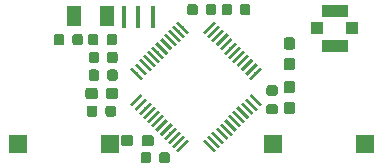
<source format=gbr>
G04 #@! TF.GenerationSoftware,KiCad,Pcbnew,6.0.0-rc1-unknown-a6325aa~66~ubuntu18.04.1*
G04 #@! TF.CreationDate,2018-09-06T22:09:02+02:00*
G04 #@! TF.ProjectId,STM32_Sensor_V4,53544D33325F53656E736F725F56342E,rev?*
G04 #@! TF.SameCoordinates,Original*
G04 #@! TF.FileFunction,Paste,Top*
G04 #@! TF.FilePolarity,Positive*
%FSLAX46Y46*%
G04 Gerber Fmt 4.6, Leading zero omitted, Abs format (unit mm)*
G04 Created by KiCad (PCBNEW 6.0.0-rc1-unknown-a6325aa~66~ubuntu18.04.1) date Thu Sep  6 22:09:02 2018*
%MOMM*%
%LPD*%
G01*
G04 APERTURE LIST*
%ADD10C,0.100000*%
%ADD11C,0.950000*%
%ADD12R,0.400000X1.900000*%
%ADD13R,1.500000X1.500000*%
%ADD14C,0.875000*%
%ADD15C,0.250000*%
%ADD16R,1.300000X1.800000*%
%ADD17R,2.200000X1.050000*%
%ADD18R,1.000000X1.000000*%
G04 APERTURE END LIST*
D10*
G04 #@! TO.C,R2*
G36*
X153285779Y-100251144D02*
X153308834Y-100254563D01*
X153331443Y-100260227D01*
X153353387Y-100268079D01*
X153374457Y-100278044D01*
X153394448Y-100290026D01*
X153413168Y-100303910D01*
X153430438Y-100319562D01*
X153446090Y-100336832D01*
X153459974Y-100355552D01*
X153471956Y-100375543D01*
X153481921Y-100396613D01*
X153489773Y-100418557D01*
X153495437Y-100441166D01*
X153498856Y-100464221D01*
X153500000Y-100487500D01*
X153500000Y-101062500D01*
X153498856Y-101085779D01*
X153495437Y-101108834D01*
X153489773Y-101131443D01*
X153481921Y-101153387D01*
X153471956Y-101174457D01*
X153459974Y-101194448D01*
X153446090Y-101213168D01*
X153430438Y-101230438D01*
X153413168Y-101246090D01*
X153394448Y-101259974D01*
X153374457Y-101271956D01*
X153353387Y-101281921D01*
X153331443Y-101289773D01*
X153308834Y-101295437D01*
X153285779Y-101298856D01*
X153262500Y-101300000D01*
X152787500Y-101300000D01*
X152764221Y-101298856D01*
X152741166Y-101295437D01*
X152718557Y-101289773D01*
X152696613Y-101281921D01*
X152675543Y-101271956D01*
X152655552Y-101259974D01*
X152636832Y-101246090D01*
X152619562Y-101230438D01*
X152603910Y-101213168D01*
X152590026Y-101194448D01*
X152578044Y-101174457D01*
X152568079Y-101153387D01*
X152560227Y-101131443D01*
X152554563Y-101108834D01*
X152551144Y-101085779D01*
X152550000Y-101062500D01*
X152550000Y-100487500D01*
X152551144Y-100464221D01*
X152554563Y-100441166D01*
X152560227Y-100418557D01*
X152568079Y-100396613D01*
X152578044Y-100375543D01*
X152590026Y-100355552D01*
X152603910Y-100336832D01*
X152619562Y-100319562D01*
X152636832Y-100303910D01*
X152655552Y-100290026D01*
X152675543Y-100278044D01*
X152696613Y-100268079D01*
X152718557Y-100260227D01*
X152741166Y-100254563D01*
X152764221Y-100251144D01*
X152787500Y-100250000D01*
X153262500Y-100250000D01*
X153285779Y-100251144D01*
X153285779Y-100251144D01*
G37*
D11*
X153025000Y-100775000D03*
D10*
G36*
X153285779Y-102001144D02*
X153308834Y-102004563D01*
X153331443Y-102010227D01*
X153353387Y-102018079D01*
X153374457Y-102028044D01*
X153394448Y-102040026D01*
X153413168Y-102053910D01*
X153430438Y-102069562D01*
X153446090Y-102086832D01*
X153459974Y-102105552D01*
X153471956Y-102125543D01*
X153481921Y-102146613D01*
X153489773Y-102168557D01*
X153495437Y-102191166D01*
X153498856Y-102214221D01*
X153500000Y-102237500D01*
X153500000Y-102812500D01*
X153498856Y-102835779D01*
X153495437Y-102858834D01*
X153489773Y-102881443D01*
X153481921Y-102903387D01*
X153471956Y-102924457D01*
X153459974Y-102944448D01*
X153446090Y-102963168D01*
X153430438Y-102980438D01*
X153413168Y-102996090D01*
X153394448Y-103009974D01*
X153374457Y-103021956D01*
X153353387Y-103031921D01*
X153331443Y-103039773D01*
X153308834Y-103045437D01*
X153285779Y-103048856D01*
X153262500Y-103050000D01*
X152787500Y-103050000D01*
X152764221Y-103048856D01*
X152741166Y-103045437D01*
X152718557Y-103039773D01*
X152696613Y-103031921D01*
X152675543Y-103021956D01*
X152655552Y-103009974D01*
X152636832Y-102996090D01*
X152619562Y-102980438D01*
X152603910Y-102963168D01*
X152590026Y-102944448D01*
X152578044Y-102924457D01*
X152568079Y-102903387D01*
X152560227Y-102881443D01*
X152554563Y-102858834D01*
X152551144Y-102835779D01*
X152550000Y-102812500D01*
X152550000Y-102237500D01*
X152551144Y-102214221D01*
X152554563Y-102191166D01*
X152560227Y-102168557D01*
X152568079Y-102146613D01*
X152578044Y-102125543D01*
X152590026Y-102105552D01*
X152603910Y-102086832D01*
X152619562Y-102069562D01*
X152636832Y-102053910D01*
X152655552Y-102040026D01*
X152675543Y-102028044D01*
X152696613Y-102018079D01*
X152718557Y-102010227D01*
X152741166Y-102004563D01*
X152764221Y-102001144D01*
X152787500Y-102000000D01*
X153262500Y-102000000D01*
X153285779Y-102001144D01*
X153285779Y-102001144D01*
G37*
D11*
X153025000Y-102525000D03*
G04 #@! TD*
D12*
G04 #@! TO.C,Y2*
X141430000Y-94860000D03*
X140230000Y-94860000D03*
X139030000Y-94860000D03*
G04 #@! TD*
D13*
G04 #@! TO.C,SW1*
X137840000Y-105600000D03*
X130040000Y-105600000D03*
G04 #@! TD*
D10*
G04 #@! TO.C,C1*
G36*
X138127691Y-102326053D02*
X138148926Y-102329203D01*
X138169750Y-102334419D01*
X138189962Y-102341651D01*
X138209368Y-102350830D01*
X138227781Y-102361866D01*
X138245024Y-102374654D01*
X138260930Y-102389070D01*
X138275346Y-102404976D01*
X138288134Y-102422219D01*
X138299170Y-102440632D01*
X138308349Y-102460038D01*
X138315581Y-102480250D01*
X138320797Y-102501074D01*
X138323947Y-102522309D01*
X138325000Y-102543750D01*
X138325000Y-103056250D01*
X138323947Y-103077691D01*
X138320797Y-103098926D01*
X138315581Y-103119750D01*
X138308349Y-103139962D01*
X138299170Y-103159368D01*
X138288134Y-103177781D01*
X138275346Y-103195024D01*
X138260930Y-103210930D01*
X138245024Y-103225346D01*
X138227781Y-103238134D01*
X138209368Y-103249170D01*
X138189962Y-103258349D01*
X138169750Y-103265581D01*
X138148926Y-103270797D01*
X138127691Y-103273947D01*
X138106250Y-103275000D01*
X137668750Y-103275000D01*
X137647309Y-103273947D01*
X137626074Y-103270797D01*
X137605250Y-103265581D01*
X137585038Y-103258349D01*
X137565632Y-103249170D01*
X137547219Y-103238134D01*
X137529976Y-103225346D01*
X137514070Y-103210930D01*
X137499654Y-103195024D01*
X137486866Y-103177781D01*
X137475830Y-103159368D01*
X137466651Y-103139962D01*
X137459419Y-103119750D01*
X137454203Y-103098926D01*
X137451053Y-103077691D01*
X137450000Y-103056250D01*
X137450000Y-102543750D01*
X137451053Y-102522309D01*
X137454203Y-102501074D01*
X137459419Y-102480250D01*
X137466651Y-102460038D01*
X137475830Y-102440632D01*
X137486866Y-102422219D01*
X137499654Y-102404976D01*
X137514070Y-102389070D01*
X137529976Y-102374654D01*
X137547219Y-102361866D01*
X137565632Y-102350830D01*
X137585038Y-102341651D01*
X137605250Y-102334419D01*
X137626074Y-102329203D01*
X137647309Y-102326053D01*
X137668750Y-102325000D01*
X138106250Y-102325000D01*
X138127691Y-102326053D01*
X138127691Y-102326053D01*
G37*
D14*
X137887500Y-102800000D03*
D10*
G36*
X136552691Y-102326053D02*
X136573926Y-102329203D01*
X136594750Y-102334419D01*
X136614962Y-102341651D01*
X136634368Y-102350830D01*
X136652781Y-102361866D01*
X136670024Y-102374654D01*
X136685930Y-102389070D01*
X136700346Y-102404976D01*
X136713134Y-102422219D01*
X136724170Y-102440632D01*
X136733349Y-102460038D01*
X136740581Y-102480250D01*
X136745797Y-102501074D01*
X136748947Y-102522309D01*
X136750000Y-102543750D01*
X136750000Y-103056250D01*
X136748947Y-103077691D01*
X136745797Y-103098926D01*
X136740581Y-103119750D01*
X136733349Y-103139962D01*
X136724170Y-103159368D01*
X136713134Y-103177781D01*
X136700346Y-103195024D01*
X136685930Y-103210930D01*
X136670024Y-103225346D01*
X136652781Y-103238134D01*
X136634368Y-103249170D01*
X136614962Y-103258349D01*
X136594750Y-103265581D01*
X136573926Y-103270797D01*
X136552691Y-103273947D01*
X136531250Y-103275000D01*
X136093750Y-103275000D01*
X136072309Y-103273947D01*
X136051074Y-103270797D01*
X136030250Y-103265581D01*
X136010038Y-103258349D01*
X135990632Y-103249170D01*
X135972219Y-103238134D01*
X135954976Y-103225346D01*
X135939070Y-103210930D01*
X135924654Y-103195024D01*
X135911866Y-103177781D01*
X135900830Y-103159368D01*
X135891651Y-103139962D01*
X135884419Y-103119750D01*
X135879203Y-103098926D01*
X135876053Y-103077691D01*
X135875000Y-103056250D01*
X135875000Y-102543750D01*
X135876053Y-102522309D01*
X135879203Y-102501074D01*
X135884419Y-102480250D01*
X135891651Y-102460038D01*
X135900830Y-102440632D01*
X135911866Y-102422219D01*
X135924654Y-102404976D01*
X135939070Y-102389070D01*
X135954976Y-102374654D01*
X135972219Y-102361866D01*
X135990632Y-102350830D01*
X136010038Y-102341651D01*
X136030250Y-102334419D01*
X136051074Y-102329203D01*
X136072309Y-102326053D01*
X136093750Y-102325000D01*
X136531250Y-102325000D01*
X136552691Y-102326053D01*
X136552691Y-102326053D01*
G37*
D14*
X136312500Y-102800000D03*
G04 #@! TD*
D10*
G04 #@! TO.C,C2*
G36*
X151827691Y-100626053D02*
X151848926Y-100629203D01*
X151869750Y-100634419D01*
X151889962Y-100641651D01*
X151909368Y-100650830D01*
X151927781Y-100661866D01*
X151945024Y-100674654D01*
X151960930Y-100689070D01*
X151975346Y-100704976D01*
X151988134Y-100722219D01*
X151999170Y-100740632D01*
X152008349Y-100760038D01*
X152015581Y-100780250D01*
X152020797Y-100801074D01*
X152023947Y-100822309D01*
X152025000Y-100843750D01*
X152025000Y-101281250D01*
X152023947Y-101302691D01*
X152020797Y-101323926D01*
X152015581Y-101344750D01*
X152008349Y-101364962D01*
X151999170Y-101384368D01*
X151988134Y-101402781D01*
X151975346Y-101420024D01*
X151960930Y-101435930D01*
X151945024Y-101450346D01*
X151927781Y-101463134D01*
X151909368Y-101474170D01*
X151889962Y-101483349D01*
X151869750Y-101490581D01*
X151848926Y-101495797D01*
X151827691Y-101498947D01*
X151806250Y-101500000D01*
X151293750Y-101500000D01*
X151272309Y-101498947D01*
X151251074Y-101495797D01*
X151230250Y-101490581D01*
X151210038Y-101483349D01*
X151190632Y-101474170D01*
X151172219Y-101463134D01*
X151154976Y-101450346D01*
X151139070Y-101435930D01*
X151124654Y-101420024D01*
X151111866Y-101402781D01*
X151100830Y-101384368D01*
X151091651Y-101364962D01*
X151084419Y-101344750D01*
X151079203Y-101323926D01*
X151076053Y-101302691D01*
X151075000Y-101281250D01*
X151075000Y-100843750D01*
X151076053Y-100822309D01*
X151079203Y-100801074D01*
X151084419Y-100780250D01*
X151091651Y-100760038D01*
X151100830Y-100740632D01*
X151111866Y-100722219D01*
X151124654Y-100704976D01*
X151139070Y-100689070D01*
X151154976Y-100674654D01*
X151172219Y-100661866D01*
X151190632Y-100650830D01*
X151210038Y-100641651D01*
X151230250Y-100634419D01*
X151251074Y-100629203D01*
X151272309Y-100626053D01*
X151293750Y-100625000D01*
X151806250Y-100625000D01*
X151827691Y-100626053D01*
X151827691Y-100626053D01*
G37*
D14*
X151550000Y-101062500D03*
D10*
G36*
X151827691Y-102201053D02*
X151848926Y-102204203D01*
X151869750Y-102209419D01*
X151889962Y-102216651D01*
X151909368Y-102225830D01*
X151927781Y-102236866D01*
X151945024Y-102249654D01*
X151960930Y-102264070D01*
X151975346Y-102279976D01*
X151988134Y-102297219D01*
X151999170Y-102315632D01*
X152008349Y-102335038D01*
X152015581Y-102355250D01*
X152020797Y-102376074D01*
X152023947Y-102397309D01*
X152025000Y-102418750D01*
X152025000Y-102856250D01*
X152023947Y-102877691D01*
X152020797Y-102898926D01*
X152015581Y-102919750D01*
X152008349Y-102939962D01*
X151999170Y-102959368D01*
X151988134Y-102977781D01*
X151975346Y-102995024D01*
X151960930Y-103010930D01*
X151945024Y-103025346D01*
X151927781Y-103038134D01*
X151909368Y-103049170D01*
X151889962Y-103058349D01*
X151869750Y-103065581D01*
X151848926Y-103070797D01*
X151827691Y-103073947D01*
X151806250Y-103075000D01*
X151293750Y-103075000D01*
X151272309Y-103073947D01*
X151251074Y-103070797D01*
X151230250Y-103065581D01*
X151210038Y-103058349D01*
X151190632Y-103049170D01*
X151172219Y-103038134D01*
X151154976Y-103025346D01*
X151139070Y-103010930D01*
X151124654Y-102995024D01*
X151111866Y-102977781D01*
X151100830Y-102959368D01*
X151091651Y-102939962D01*
X151084419Y-102919750D01*
X151079203Y-102898926D01*
X151076053Y-102877691D01*
X151075000Y-102856250D01*
X151075000Y-102418750D01*
X151076053Y-102397309D01*
X151079203Y-102376074D01*
X151084419Y-102355250D01*
X151091651Y-102335038D01*
X151100830Y-102315632D01*
X151111866Y-102297219D01*
X151124654Y-102279976D01*
X151139070Y-102264070D01*
X151154976Y-102249654D01*
X151172219Y-102236866D01*
X151190632Y-102225830D01*
X151210038Y-102216651D01*
X151230250Y-102209419D01*
X151251074Y-102204203D01*
X151272309Y-102201053D01*
X151293750Y-102200000D01*
X151806250Y-102200000D01*
X151827691Y-102201053D01*
X151827691Y-102201053D01*
G37*
D14*
X151550000Y-102637500D03*
G04 #@! TD*
D10*
G04 #@! TO.C,C3*
G36*
X147952691Y-93726053D02*
X147973926Y-93729203D01*
X147994750Y-93734419D01*
X148014962Y-93741651D01*
X148034368Y-93750830D01*
X148052781Y-93761866D01*
X148070024Y-93774654D01*
X148085930Y-93789070D01*
X148100346Y-93804976D01*
X148113134Y-93822219D01*
X148124170Y-93840632D01*
X148133349Y-93860038D01*
X148140581Y-93880250D01*
X148145797Y-93901074D01*
X148148947Y-93922309D01*
X148150000Y-93943750D01*
X148150000Y-94456250D01*
X148148947Y-94477691D01*
X148145797Y-94498926D01*
X148140581Y-94519750D01*
X148133349Y-94539962D01*
X148124170Y-94559368D01*
X148113134Y-94577781D01*
X148100346Y-94595024D01*
X148085930Y-94610930D01*
X148070024Y-94625346D01*
X148052781Y-94638134D01*
X148034368Y-94649170D01*
X148014962Y-94658349D01*
X147994750Y-94665581D01*
X147973926Y-94670797D01*
X147952691Y-94673947D01*
X147931250Y-94675000D01*
X147493750Y-94675000D01*
X147472309Y-94673947D01*
X147451074Y-94670797D01*
X147430250Y-94665581D01*
X147410038Y-94658349D01*
X147390632Y-94649170D01*
X147372219Y-94638134D01*
X147354976Y-94625346D01*
X147339070Y-94610930D01*
X147324654Y-94595024D01*
X147311866Y-94577781D01*
X147300830Y-94559368D01*
X147291651Y-94539962D01*
X147284419Y-94519750D01*
X147279203Y-94498926D01*
X147276053Y-94477691D01*
X147275000Y-94456250D01*
X147275000Y-93943750D01*
X147276053Y-93922309D01*
X147279203Y-93901074D01*
X147284419Y-93880250D01*
X147291651Y-93860038D01*
X147300830Y-93840632D01*
X147311866Y-93822219D01*
X147324654Y-93804976D01*
X147339070Y-93789070D01*
X147354976Y-93774654D01*
X147372219Y-93761866D01*
X147390632Y-93750830D01*
X147410038Y-93741651D01*
X147430250Y-93734419D01*
X147451074Y-93729203D01*
X147472309Y-93726053D01*
X147493750Y-93725000D01*
X147931250Y-93725000D01*
X147952691Y-93726053D01*
X147952691Y-93726053D01*
G37*
D14*
X147712500Y-94200000D03*
D10*
G36*
X149527691Y-93726053D02*
X149548926Y-93729203D01*
X149569750Y-93734419D01*
X149589962Y-93741651D01*
X149609368Y-93750830D01*
X149627781Y-93761866D01*
X149645024Y-93774654D01*
X149660930Y-93789070D01*
X149675346Y-93804976D01*
X149688134Y-93822219D01*
X149699170Y-93840632D01*
X149708349Y-93860038D01*
X149715581Y-93880250D01*
X149720797Y-93901074D01*
X149723947Y-93922309D01*
X149725000Y-93943750D01*
X149725000Y-94456250D01*
X149723947Y-94477691D01*
X149720797Y-94498926D01*
X149715581Y-94519750D01*
X149708349Y-94539962D01*
X149699170Y-94559368D01*
X149688134Y-94577781D01*
X149675346Y-94595024D01*
X149660930Y-94610930D01*
X149645024Y-94625346D01*
X149627781Y-94638134D01*
X149609368Y-94649170D01*
X149589962Y-94658349D01*
X149569750Y-94665581D01*
X149548926Y-94670797D01*
X149527691Y-94673947D01*
X149506250Y-94675000D01*
X149068750Y-94675000D01*
X149047309Y-94673947D01*
X149026074Y-94670797D01*
X149005250Y-94665581D01*
X148985038Y-94658349D01*
X148965632Y-94649170D01*
X148947219Y-94638134D01*
X148929976Y-94625346D01*
X148914070Y-94610930D01*
X148899654Y-94595024D01*
X148886866Y-94577781D01*
X148875830Y-94559368D01*
X148866651Y-94539962D01*
X148859419Y-94519750D01*
X148854203Y-94498926D01*
X148851053Y-94477691D01*
X148850000Y-94456250D01*
X148850000Y-93943750D01*
X148851053Y-93922309D01*
X148854203Y-93901074D01*
X148859419Y-93880250D01*
X148866651Y-93860038D01*
X148875830Y-93840632D01*
X148886866Y-93822219D01*
X148899654Y-93804976D01*
X148914070Y-93789070D01*
X148929976Y-93774654D01*
X148947219Y-93761866D01*
X148965632Y-93750830D01*
X148985038Y-93741651D01*
X149005250Y-93734419D01*
X149026074Y-93729203D01*
X149047309Y-93726053D01*
X149068750Y-93725000D01*
X149506250Y-93725000D01*
X149527691Y-93726053D01*
X149527691Y-93726053D01*
G37*
D14*
X149287500Y-94200000D03*
G04 #@! TD*
D10*
G04 #@! TO.C,C4*
G36*
X141102691Y-106276053D02*
X141123926Y-106279203D01*
X141144750Y-106284419D01*
X141164962Y-106291651D01*
X141184368Y-106300830D01*
X141202781Y-106311866D01*
X141220024Y-106324654D01*
X141235930Y-106339070D01*
X141250346Y-106354976D01*
X141263134Y-106372219D01*
X141274170Y-106390632D01*
X141283349Y-106410038D01*
X141290581Y-106430250D01*
X141295797Y-106451074D01*
X141298947Y-106472309D01*
X141300000Y-106493750D01*
X141300000Y-107006250D01*
X141298947Y-107027691D01*
X141295797Y-107048926D01*
X141290581Y-107069750D01*
X141283349Y-107089962D01*
X141274170Y-107109368D01*
X141263134Y-107127781D01*
X141250346Y-107145024D01*
X141235930Y-107160930D01*
X141220024Y-107175346D01*
X141202781Y-107188134D01*
X141184368Y-107199170D01*
X141164962Y-107208349D01*
X141144750Y-107215581D01*
X141123926Y-107220797D01*
X141102691Y-107223947D01*
X141081250Y-107225000D01*
X140643750Y-107225000D01*
X140622309Y-107223947D01*
X140601074Y-107220797D01*
X140580250Y-107215581D01*
X140560038Y-107208349D01*
X140540632Y-107199170D01*
X140522219Y-107188134D01*
X140504976Y-107175346D01*
X140489070Y-107160930D01*
X140474654Y-107145024D01*
X140461866Y-107127781D01*
X140450830Y-107109368D01*
X140441651Y-107089962D01*
X140434419Y-107069750D01*
X140429203Y-107048926D01*
X140426053Y-107027691D01*
X140425000Y-107006250D01*
X140425000Y-106493750D01*
X140426053Y-106472309D01*
X140429203Y-106451074D01*
X140434419Y-106430250D01*
X140441651Y-106410038D01*
X140450830Y-106390632D01*
X140461866Y-106372219D01*
X140474654Y-106354976D01*
X140489070Y-106339070D01*
X140504976Y-106324654D01*
X140522219Y-106311866D01*
X140540632Y-106300830D01*
X140560038Y-106291651D01*
X140580250Y-106284419D01*
X140601074Y-106279203D01*
X140622309Y-106276053D01*
X140643750Y-106275000D01*
X141081250Y-106275000D01*
X141102691Y-106276053D01*
X141102691Y-106276053D01*
G37*
D14*
X140862500Y-106750000D03*
D10*
G36*
X142677691Y-106276053D02*
X142698926Y-106279203D01*
X142719750Y-106284419D01*
X142739962Y-106291651D01*
X142759368Y-106300830D01*
X142777781Y-106311866D01*
X142795024Y-106324654D01*
X142810930Y-106339070D01*
X142825346Y-106354976D01*
X142838134Y-106372219D01*
X142849170Y-106390632D01*
X142858349Y-106410038D01*
X142865581Y-106430250D01*
X142870797Y-106451074D01*
X142873947Y-106472309D01*
X142875000Y-106493750D01*
X142875000Y-107006250D01*
X142873947Y-107027691D01*
X142870797Y-107048926D01*
X142865581Y-107069750D01*
X142858349Y-107089962D01*
X142849170Y-107109368D01*
X142838134Y-107127781D01*
X142825346Y-107145024D01*
X142810930Y-107160930D01*
X142795024Y-107175346D01*
X142777781Y-107188134D01*
X142759368Y-107199170D01*
X142739962Y-107208349D01*
X142719750Y-107215581D01*
X142698926Y-107220797D01*
X142677691Y-107223947D01*
X142656250Y-107225000D01*
X142218750Y-107225000D01*
X142197309Y-107223947D01*
X142176074Y-107220797D01*
X142155250Y-107215581D01*
X142135038Y-107208349D01*
X142115632Y-107199170D01*
X142097219Y-107188134D01*
X142079976Y-107175346D01*
X142064070Y-107160930D01*
X142049654Y-107145024D01*
X142036866Y-107127781D01*
X142025830Y-107109368D01*
X142016651Y-107089962D01*
X142009419Y-107069750D01*
X142004203Y-107048926D01*
X142001053Y-107027691D01*
X142000000Y-107006250D01*
X142000000Y-106493750D01*
X142001053Y-106472309D01*
X142004203Y-106451074D01*
X142009419Y-106430250D01*
X142016651Y-106410038D01*
X142025830Y-106390632D01*
X142036866Y-106372219D01*
X142049654Y-106354976D01*
X142064070Y-106339070D01*
X142079976Y-106324654D01*
X142097219Y-106311866D01*
X142115632Y-106300830D01*
X142135038Y-106291651D01*
X142155250Y-106284419D01*
X142176074Y-106279203D01*
X142197309Y-106276053D01*
X142218750Y-106275000D01*
X142656250Y-106275000D01*
X142677691Y-106276053D01*
X142677691Y-106276053D01*
G37*
D14*
X142437500Y-106750000D03*
G04 #@! TD*
D10*
G04 #@! TO.C,C5*
G36*
X138277691Y-99276053D02*
X138298926Y-99279203D01*
X138319750Y-99284419D01*
X138339962Y-99291651D01*
X138359368Y-99300830D01*
X138377781Y-99311866D01*
X138395024Y-99324654D01*
X138410930Y-99339070D01*
X138425346Y-99354976D01*
X138438134Y-99372219D01*
X138449170Y-99390632D01*
X138458349Y-99410038D01*
X138465581Y-99430250D01*
X138470797Y-99451074D01*
X138473947Y-99472309D01*
X138475000Y-99493750D01*
X138475000Y-100006250D01*
X138473947Y-100027691D01*
X138470797Y-100048926D01*
X138465581Y-100069750D01*
X138458349Y-100089962D01*
X138449170Y-100109368D01*
X138438134Y-100127781D01*
X138425346Y-100145024D01*
X138410930Y-100160930D01*
X138395024Y-100175346D01*
X138377781Y-100188134D01*
X138359368Y-100199170D01*
X138339962Y-100208349D01*
X138319750Y-100215581D01*
X138298926Y-100220797D01*
X138277691Y-100223947D01*
X138256250Y-100225000D01*
X137818750Y-100225000D01*
X137797309Y-100223947D01*
X137776074Y-100220797D01*
X137755250Y-100215581D01*
X137735038Y-100208349D01*
X137715632Y-100199170D01*
X137697219Y-100188134D01*
X137679976Y-100175346D01*
X137664070Y-100160930D01*
X137649654Y-100145024D01*
X137636866Y-100127781D01*
X137625830Y-100109368D01*
X137616651Y-100089962D01*
X137609419Y-100069750D01*
X137604203Y-100048926D01*
X137601053Y-100027691D01*
X137600000Y-100006250D01*
X137600000Y-99493750D01*
X137601053Y-99472309D01*
X137604203Y-99451074D01*
X137609419Y-99430250D01*
X137616651Y-99410038D01*
X137625830Y-99390632D01*
X137636866Y-99372219D01*
X137649654Y-99354976D01*
X137664070Y-99339070D01*
X137679976Y-99324654D01*
X137697219Y-99311866D01*
X137715632Y-99300830D01*
X137735038Y-99291651D01*
X137755250Y-99284419D01*
X137776074Y-99279203D01*
X137797309Y-99276053D01*
X137818750Y-99275000D01*
X138256250Y-99275000D01*
X138277691Y-99276053D01*
X138277691Y-99276053D01*
G37*
D14*
X138037500Y-99750000D03*
D10*
G36*
X136702691Y-99276053D02*
X136723926Y-99279203D01*
X136744750Y-99284419D01*
X136764962Y-99291651D01*
X136784368Y-99300830D01*
X136802781Y-99311866D01*
X136820024Y-99324654D01*
X136835930Y-99339070D01*
X136850346Y-99354976D01*
X136863134Y-99372219D01*
X136874170Y-99390632D01*
X136883349Y-99410038D01*
X136890581Y-99430250D01*
X136895797Y-99451074D01*
X136898947Y-99472309D01*
X136900000Y-99493750D01*
X136900000Y-100006250D01*
X136898947Y-100027691D01*
X136895797Y-100048926D01*
X136890581Y-100069750D01*
X136883349Y-100089962D01*
X136874170Y-100109368D01*
X136863134Y-100127781D01*
X136850346Y-100145024D01*
X136835930Y-100160930D01*
X136820024Y-100175346D01*
X136802781Y-100188134D01*
X136784368Y-100199170D01*
X136764962Y-100208349D01*
X136744750Y-100215581D01*
X136723926Y-100220797D01*
X136702691Y-100223947D01*
X136681250Y-100225000D01*
X136243750Y-100225000D01*
X136222309Y-100223947D01*
X136201074Y-100220797D01*
X136180250Y-100215581D01*
X136160038Y-100208349D01*
X136140632Y-100199170D01*
X136122219Y-100188134D01*
X136104976Y-100175346D01*
X136089070Y-100160930D01*
X136074654Y-100145024D01*
X136061866Y-100127781D01*
X136050830Y-100109368D01*
X136041651Y-100089962D01*
X136034419Y-100069750D01*
X136029203Y-100048926D01*
X136026053Y-100027691D01*
X136025000Y-100006250D01*
X136025000Y-99493750D01*
X136026053Y-99472309D01*
X136029203Y-99451074D01*
X136034419Y-99430250D01*
X136041651Y-99410038D01*
X136050830Y-99390632D01*
X136061866Y-99372219D01*
X136074654Y-99354976D01*
X136089070Y-99339070D01*
X136104976Y-99324654D01*
X136122219Y-99311866D01*
X136140632Y-99300830D01*
X136160038Y-99291651D01*
X136180250Y-99284419D01*
X136201074Y-99279203D01*
X136222309Y-99276053D01*
X136243750Y-99275000D01*
X136681250Y-99275000D01*
X136702691Y-99276053D01*
X136702691Y-99276053D01*
G37*
D14*
X136462500Y-99750000D03*
G04 #@! TD*
D10*
G04 #@! TO.C,C6*
G36*
X138277691Y-97776053D02*
X138298926Y-97779203D01*
X138319750Y-97784419D01*
X138339962Y-97791651D01*
X138359368Y-97800830D01*
X138377781Y-97811866D01*
X138395024Y-97824654D01*
X138410930Y-97839070D01*
X138425346Y-97854976D01*
X138438134Y-97872219D01*
X138449170Y-97890632D01*
X138458349Y-97910038D01*
X138465581Y-97930250D01*
X138470797Y-97951074D01*
X138473947Y-97972309D01*
X138475000Y-97993750D01*
X138475000Y-98506250D01*
X138473947Y-98527691D01*
X138470797Y-98548926D01*
X138465581Y-98569750D01*
X138458349Y-98589962D01*
X138449170Y-98609368D01*
X138438134Y-98627781D01*
X138425346Y-98645024D01*
X138410930Y-98660930D01*
X138395024Y-98675346D01*
X138377781Y-98688134D01*
X138359368Y-98699170D01*
X138339962Y-98708349D01*
X138319750Y-98715581D01*
X138298926Y-98720797D01*
X138277691Y-98723947D01*
X138256250Y-98725000D01*
X137818750Y-98725000D01*
X137797309Y-98723947D01*
X137776074Y-98720797D01*
X137755250Y-98715581D01*
X137735038Y-98708349D01*
X137715632Y-98699170D01*
X137697219Y-98688134D01*
X137679976Y-98675346D01*
X137664070Y-98660930D01*
X137649654Y-98645024D01*
X137636866Y-98627781D01*
X137625830Y-98609368D01*
X137616651Y-98589962D01*
X137609419Y-98569750D01*
X137604203Y-98548926D01*
X137601053Y-98527691D01*
X137600000Y-98506250D01*
X137600000Y-97993750D01*
X137601053Y-97972309D01*
X137604203Y-97951074D01*
X137609419Y-97930250D01*
X137616651Y-97910038D01*
X137625830Y-97890632D01*
X137636866Y-97872219D01*
X137649654Y-97854976D01*
X137664070Y-97839070D01*
X137679976Y-97824654D01*
X137697219Y-97811866D01*
X137715632Y-97800830D01*
X137735038Y-97791651D01*
X137755250Y-97784419D01*
X137776074Y-97779203D01*
X137797309Y-97776053D01*
X137818750Y-97775000D01*
X138256250Y-97775000D01*
X138277691Y-97776053D01*
X138277691Y-97776053D01*
G37*
D14*
X138037500Y-98250000D03*
D10*
G36*
X136702691Y-97776053D02*
X136723926Y-97779203D01*
X136744750Y-97784419D01*
X136764962Y-97791651D01*
X136784368Y-97800830D01*
X136802781Y-97811866D01*
X136820024Y-97824654D01*
X136835930Y-97839070D01*
X136850346Y-97854976D01*
X136863134Y-97872219D01*
X136874170Y-97890632D01*
X136883349Y-97910038D01*
X136890581Y-97930250D01*
X136895797Y-97951074D01*
X136898947Y-97972309D01*
X136900000Y-97993750D01*
X136900000Y-98506250D01*
X136898947Y-98527691D01*
X136895797Y-98548926D01*
X136890581Y-98569750D01*
X136883349Y-98589962D01*
X136874170Y-98609368D01*
X136863134Y-98627781D01*
X136850346Y-98645024D01*
X136835930Y-98660930D01*
X136820024Y-98675346D01*
X136802781Y-98688134D01*
X136784368Y-98699170D01*
X136764962Y-98708349D01*
X136744750Y-98715581D01*
X136723926Y-98720797D01*
X136702691Y-98723947D01*
X136681250Y-98725000D01*
X136243750Y-98725000D01*
X136222309Y-98723947D01*
X136201074Y-98720797D01*
X136180250Y-98715581D01*
X136160038Y-98708349D01*
X136140632Y-98699170D01*
X136122219Y-98688134D01*
X136104976Y-98675346D01*
X136089070Y-98660930D01*
X136074654Y-98645024D01*
X136061866Y-98627781D01*
X136050830Y-98609368D01*
X136041651Y-98589962D01*
X136034419Y-98569750D01*
X136029203Y-98548926D01*
X136026053Y-98527691D01*
X136025000Y-98506250D01*
X136025000Y-97993750D01*
X136026053Y-97972309D01*
X136029203Y-97951074D01*
X136034419Y-97930250D01*
X136041651Y-97910038D01*
X136050830Y-97890632D01*
X136061866Y-97872219D01*
X136074654Y-97854976D01*
X136089070Y-97839070D01*
X136104976Y-97824654D01*
X136122219Y-97811866D01*
X136140632Y-97800830D01*
X136160038Y-97791651D01*
X136180250Y-97784419D01*
X136201074Y-97779203D01*
X136222309Y-97776053D01*
X136243750Y-97775000D01*
X136681250Y-97775000D01*
X136702691Y-97776053D01*
X136702691Y-97776053D01*
G37*
D14*
X136462500Y-98250000D03*
G04 #@! TD*
D10*
G04 #@! TO.C,C7*
G36*
X145052691Y-93726053D02*
X145073926Y-93729203D01*
X145094750Y-93734419D01*
X145114962Y-93741651D01*
X145134368Y-93750830D01*
X145152781Y-93761866D01*
X145170024Y-93774654D01*
X145185930Y-93789070D01*
X145200346Y-93804976D01*
X145213134Y-93822219D01*
X145224170Y-93840632D01*
X145233349Y-93860038D01*
X145240581Y-93880250D01*
X145245797Y-93901074D01*
X145248947Y-93922309D01*
X145250000Y-93943750D01*
X145250000Y-94456250D01*
X145248947Y-94477691D01*
X145245797Y-94498926D01*
X145240581Y-94519750D01*
X145233349Y-94539962D01*
X145224170Y-94559368D01*
X145213134Y-94577781D01*
X145200346Y-94595024D01*
X145185930Y-94610930D01*
X145170024Y-94625346D01*
X145152781Y-94638134D01*
X145134368Y-94649170D01*
X145114962Y-94658349D01*
X145094750Y-94665581D01*
X145073926Y-94670797D01*
X145052691Y-94673947D01*
X145031250Y-94675000D01*
X144593750Y-94675000D01*
X144572309Y-94673947D01*
X144551074Y-94670797D01*
X144530250Y-94665581D01*
X144510038Y-94658349D01*
X144490632Y-94649170D01*
X144472219Y-94638134D01*
X144454976Y-94625346D01*
X144439070Y-94610930D01*
X144424654Y-94595024D01*
X144411866Y-94577781D01*
X144400830Y-94559368D01*
X144391651Y-94539962D01*
X144384419Y-94519750D01*
X144379203Y-94498926D01*
X144376053Y-94477691D01*
X144375000Y-94456250D01*
X144375000Y-93943750D01*
X144376053Y-93922309D01*
X144379203Y-93901074D01*
X144384419Y-93880250D01*
X144391651Y-93860038D01*
X144400830Y-93840632D01*
X144411866Y-93822219D01*
X144424654Y-93804976D01*
X144439070Y-93789070D01*
X144454976Y-93774654D01*
X144472219Y-93761866D01*
X144490632Y-93750830D01*
X144510038Y-93741651D01*
X144530250Y-93734419D01*
X144551074Y-93729203D01*
X144572309Y-93726053D01*
X144593750Y-93725000D01*
X145031250Y-93725000D01*
X145052691Y-93726053D01*
X145052691Y-93726053D01*
G37*
D14*
X144812500Y-94200000D03*
D10*
G36*
X146627691Y-93726053D02*
X146648926Y-93729203D01*
X146669750Y-93734419D01*
X146689962Y-93741651D01*
X146709368Y-93750830D01*
X146727781Y-93761866D01*
X146745024Y-93774654D01*
X146760930Y-93789070D01*
X146775346Y-93804976D01*
X146788134Y-93822219D01*
X146799170Y-93840632D01*
X146808349Y-93860038D01*
X146815581Y-93880250D01*
X146820797Y-93901074D01*
X146823947Y-93922309D01*
X146825000Y-93943750D01*
X146825000Y-94456250D01*
X146823947Y-94477691D01*
X146820797Y-94498926D01*
X146815581Y-94519750D01*
X146808349Y-94539962D01*
X146799170Y-94559368D01*
X146788134Y-94577781D01*
X146775346Y-94595024D01*
X146760930Y-94610930D01*
X146745024Y-94625346D01*
X146727781Y-94638134D01*
X146709368Y-94649170D01*
X146689962Y-94658349D01*
X146669750Y-94665581D01*
X146648926Y-94670797D01*
X146627691Y-94673947D01*
X146606250Y-94675000D01*
X146168750Y-94675000D01*
X146147309Y-94673947D01*
X146126074Y-94670797D01*
X146105250Y-94665581D01*
X146085038Y-94658349D01*
X146065632Y-94649170D01*
X146047219Y-94638134D01*
X146029976Y-94625346D01*
X146014070Y-94610930D01*
X145999654Y-94595024D01*
X145986866Y-94577781D01*
X145975830Y-94559368D01*
X145966651Y-94539962D01*
X145959419Y-94519750D01*
X145954203Y-94498926D01*
X145951053Y-94477691D01*
X145950000Y-94456250D01*
X145950000Y-93943750D01*
X145951053Y-93922309D01*
X145954203Y-93901074D01*
X145959419Y-93880250D01*
X145966651Y-93860038D01*
X145975830Y-93840632D01*
X145986866Y-93822219D01*
X145999654Y-93804976D01*
X146014070Y-93789070D01*
X146029976Y-93774654D01*
X146047219Y-93761866D01*
X146065632Y-93750830D01*
X146085038Y-93741651D01*
X146105250Y-93734419D01*
X146126074Y-93729203D01*
X146147309Y-93726053D01*
X146168750Y-93725000D01*
X146606250Y-93725000D01*
X146627691Y-93726053D01*
X146627691Y-93726053D01*
G37*
D14*
X146387500Y-94200000D03*
G04 #@! TD*
D10*
G04 #@! TO.C,C8*
G36*
X133752691Y-96276053D02*
X133773926Y-96279203D01*
X133794750Y-96284419D01*
X133814962Y-96291651D01*
X133834368Y-96300830D01*
X133852781Y-96311866D01*
X133870024Y-96324654D01*
X133885930Y-96339070D01*
X133900346Y-96354976D01*
X133913134Y-96372219D01*
X133924170Y-96390632D01*
X133933349Y-96410038D01*
X133940581Y-96430250D01*
X133945797Y-96451074D01*
X133948947Y-96472309D01*
X133950000Y-96493750D01*
X133950000Y-97006250D01*
X133948947Y-97027691D01*
X133945797Y-97048926D01*
X133940581Y-97069750D01*
X133933349Y-97089962D01*
X133924170Y-97109368D01*
X133913134Y-97127781D01*
X133900346Y-97145024D01*
X133885930Y-97160930D01*
X133870024Y-97175346D01*
X133852781Y-97188134D01*
X133834368Y-97199170D01*
X133814962Y-97208349D01*
X133794750Y-97215581D01*
X133773926Y-97220797D01*
X133752691Y-97223947D01*
X133731250Y-97225000D01*
X133293750Y-97225000D01*
X133272309Y-97223947D01*
X133251074Y-97220797D01*
X133230250Y-97215581D01*
X133210038Y-97208349D01*
X133190632Y-97199170D01*
X133172219Y-97188134D01*
X133154976Y-97175346D01*
X133139070Y-97160930D01*
X133124654Y-97145024D01*
X133111866Y-97127781D01*
X133100830Y-97109368D01*
X133091651Y-97089962D01*
X133084419Y-97069750D01*
X133079203Y-97048926D01*
X133076053Y-97027691D01*
X133075000Y-97006250D01*
X133075000Y-96493750D01*
X133076053Y-96472309D01*
X133079203Y-96451074D01*
X133084419Y-96430250D01*
X133091651Y-96410038D01*
X133100830Y-96390632D01*
X133111866Y-96372219D01*
X133124654Y-96354976D01*
X133139070Y-96339070D01*
X133154976Y-96324654D01*
X133172219Y-96311866D01*
X133190632Y-96300830D01*
X133210038Y-96291651D01*
X133230250Y-96284419D01*
X133251074Y-96279203D01*
X133272309Y-96276053D01*
X133293750Y-96275000D01*
X133731250Y-96275000D01*
X133752691Y-96276053D01*
X133752691Y-96276053D01*
G37*
D14*
X133512500Y-96750000D03*
D10*
G36*
X135327691Y-96276053D02*
X135348926Y-96279203D01*
X135369750Y-96284419D01*
X135389962Y-96291651D01*
X135409368Y-96300830D01*
X135427781Y-96311866D01*
X135445024Y-96324654D01*
X135460930Y-96339070D01*
X135475346Y-96354976D01*
X135488134Y-96372219D01*
X135499170Y-96390632D01*
X135508349Y-96410038D01*
X135515581Y-96430250D01*
X135520797Y-96451074D01*
X135523947Y-96472309D01*
X135525000Y-96493750D01*
X135525000Y-97006250D01*
X135523947Y-97027691D01*
X135520797Y-97048926D01*
X135515581Y-97069750D01*
X135508349Y-97089962D01*
X135499170Y-97109368D01*
X135488134Y-97127781D01*
X135475346Y-97145024D01*
X135460930Y-97160930D01*
X135445024Y-97175346D01*
X135427781Y-97188134D01*
X135409368Y-97199170D01*
X135389962Y-97208349D01*
X135369750Y-97215581D01*
X135348926Y-97220797D01*
X135327691Y-97223947D01*
X135306250Y-97225000D01*
X134868750Y-97225000D01*
X134847309Y-97223947D01*
X134826074Y-97220797D01*
X134805250Y-97215581D01*
X134785038Y-97208349D01*
X134765632Y-97199170D01*
X134747219Y-97188134D01*
X134729976Y-97175346D01*
X134714070Y-97160930D01*
X134699654Y-97145024D01*
X134686866Y-97127781D01*
X134675830Y-97109368D01*
X134666651Y-97089962D01*
X134659419Y-97069750D01*
X134654203Y-97048926D01*
X134651053Y-97027691D01*
X134650000Y-97006250D01*
X134650000Y-96493750D01*
X134651053Y-96472309D01*
X134654203Y-96451074D01*
X134659419Y-96430250D01*
X134666651Y-96410038D01*
X134675830Y-96390632D01*
X134686866Y-96372219D01*
X134699654Y-96354976D01*
X134714070Y-96339070D01*
X134729976Y-96324654D01*
X134747219Y-96311866D01*
X134765632Y-96300830D01*
X134785038Y-96291651D01*
X134805250Y-96284419D01*
X134826074Y-96279203D01*
X134847309Y-96276053D01*
X134868750Y-96275000D01*
X135306250Y-96275000D01*
X135327691Y-96276053D01*
X135327691Y-96276053D01*
G37*
D14*
X135087500Y-96750000D03*
G04 #@! TD*
D10*
G04 #@! TO.C,C9*
G36*
X136652691Y-96276053D02*
X136673926Y-96279203D01*
X136694750Y-96284419D01*
X136714962Y-96291651D01*
X136734368Y-96300830D01*
X136752781Y-96311866D01*
X136770024Y-96324654D01*
X136785930Y-96339070D01*
X136800346Y-96354976D01*
X136813134Y-96372219D01*
X136824170Y-96390632D01*
X136833349Y-96410038D01*
X136840581Y-96430250D01*
X136845797Y-96451074D01*
X136848947Y-96472309D01*
X136850000Y-96493750D01*
X136850000Y-97006250D01*
X136848947Y-97027691D01*
X136845797Y-97048926D01*
X136840581Y-97069750D01*
X136833349Y-97089962D01*
X136824170Y-97109368D01*
X136813134Y-97127781D01*
X136800346Y-97145024D01*
X136785930Y-97160930D01*
X136770024Y-97175346D01*
X136752781Y-97188134D01*
X136734368Y-97199170D01*
X136714962Y-97208349D01*
X136694750Y-97215581D01*
X136673926Y-97220797D01*
X136652691Y-97223947D01*
X136631250Y-97225000D01*
X136193750Y-97225000D01*
X136172309Y-97223947D01*
X136151074Y-97220797D01*
X136130250Y-97215581D01*
X136110038Y-97208349D01*
X136090632Y-97199170D01*
X136072219Y-97188134D01*
X136054976Y-97175346D01*
X136039070Y-97160930D01*
X136024654Y-97145024D01*
X136011866Y-97127781D01*
X136000830Y-97109368D01*
X135991651Y-97089962D01*
X135984419Y-97069750D01*
X135979203Y-97048926D01*
X135976053Y-97027691D01*
X135975000Y-97006250D01*
X135975000Y-96493750D01*
X135976053Y-96472309D01*
X135979203Y-96451074D01*
X135984419Y-96430250D01*
X135991651Y-96410038D01*
X136000830Y-96390632D01*
X136011866Y-96372219D01*
X136024654Y-96354976D01*
X136039070Y-96339070D01*
X136054976Y-96324654D01*
X136072219Y-96311866D01*
X136090632Y-96300830D01*
X136110038Y-96291651D01*
X136130250Y-96284419D01*
X136151074Y-96279203D01*
X136172309Y-96276053D01*
X136193750Y-96275000D01*
X136631250Y-96275000D01*
X136652691Y-96276053D01*
X136652691Y-96276053D01*
G37*
D14*
X136412500Y-96750000D03*
D10*
G36*
X138227691Y-96276053D02*
X138248926Y-96279203D01*
X138269750Y-96284419D01*
X138289962Y-96291651D01*
X138309368Y-96300830D01*
X138327781Y-96311866D01*
X138345024Y-96324654D01*
X138360930Y-96339070D01*
X138375346Y-96354976D01*
X138388134Y-96372219D01*
X138399170Y-96390632D01*
X138408349Y-96410038D01*
X138415581Y-96430250D01*
X138420797Y-96451074D01*
X138423947Y-96472309D01*
X138425000Y-96493750D01*
X138425000Y-97006250D01*
X138423947Y-97027691D01*
X138420797Y-97048926D01*
X138415581Y-97069750D01*
X138408349Y-97089962D01*
X138399170Y-97109368D01*
X138388134Y-97127781D01*
X138375346Y-97145024D01*
X138360930Y-97160930D01*
X138345024Y-97175346D01*
X138327781Y-97188134D01*
X138309368Y-97199170D01*
X138289962Y-97208349D01*
X138269750Y-97215581D01*
X138248926Y-97220797D01*
X138227691Y-97223947D01*
X138206250Y-97225000D01*
X137768750Y-97225000D01*
X137747309Y-97223947D01*
X137726074Y-97220797D01*
X137705250Y-97215581D01*
X137685038Y-97208349D01*
X137665632Y-97199170D01*
X137647219Y-97188134D01*
X137629976Y-97175346D01*
X137614070Y-97160930D01*
X137599654Y-97145024D01*
X137586866Y-97127781D01*
X137575830Y-97109368D01*
X137566651Y-97089962D01*
X137559419Y-97069750D01*
X137554203Y-97048926D01*
X137551053Y-97027691D01*
X137550000Y-97006250D01*
X137550000Y-96493750D01*
X137551053Y-96472309D01*
X137554203Y-96451074D01*
X137559419Y-96430250D01*
X137566651Y-96410038D01*
X137575830Y-96390632D01*
X137586866Y-96372219D01*
X137599654Y-96354976D01*
X137614070Y-96339070D01*
X137629976Y-96324654D01*
X137647219Y-96311866D01*
X137665632Y-96300830D01*
X137685038Y-96291651D01*
X137705250Y-96284419D01*
X137726074Y-96279203D01*
X137747309Y-96276053D01*
X137768750Y-96275000D01*
X138206250Y-96275000D01*
X138227691Y-96276053D01*
X138227691Y-96276053D01*
G37*
D14*
X137987500Y-96750000D03*
G04 #@! TD*
D10*
G04 #@! TO.C,R1*
G36*
X138335779Y-100826144D02*
X138358834Y-100829563D01*
X138381443Y-100835227D01*
X138403387Y-100843079D01*
X138424457Y-100853044D01*
X138444448Y-100865026D01*
X138463168Y-100878910D01*
X138480438Y-100894562D01*
X138496090Y-100911832D01*
X138509974Y-100930552D01*
X138521956Y-100950543D01*
X138531921Y-100971613D01*
X138539773Y-100993557D01*
X138545437Y-101016166D01*
X138548856Y-101039221D01*
X138550000Y-101062500D01*
X138550000Y-101537500D01*
X138548856Y-101560779D01*
X138545437Y-101583834D01*
X138539773Y-101606443D01*
X138531921Y-101628387D01*
X138521956Y-101649457D01*
X138509974Y-101669448D01*
X138496090Y-101688168D01*
X138480438Y-101705438D01*
X138463168Y-101721090D01*
X138444448Y-101734974D01*
X138424457Y-101746956D01*
X138403387Y-101756921D01*
X138381443Y-101764773D01*
X138358834Y-101770437D01*
X138335779Y-101773856D01*
X138312500Y-101775000D01*
X137737500Y-101775000D01*
X137714221Y-101773856D01*
X137691166Y-101770437D01*
X137668557Y-101764773D01*
X137646613Y-101756921D01*
X137625543Y-101746956D01*
X137605552Y-101734974D01*
X137586832Y-101721090D01*
X137569562Y-101705438D01*
X137553910Y-101688168D01*
X137540026Y-101669448D01*
X137528044Y-101649457D01*
X137518079Y-101628387D01*
X137510227Y-101606443D01*
X137504563Y-101583834D01*
X137501144Y-101560779D01*
X137500000Y-101537500D01*
X137500000Y-101062500D01*
X137501144Y-101039221D01*
X137504563Y-101016166D01*
X137510227Y-100993557D01*
X137518079Y-100971613D01*
X137528044Y-100950543D01*
X137540026Y-100930552D01*
X137553910Y-100911832D01*
X137569562Y-100894562D01*
X137586832Y-100878910D01*
X137605552Y-100865026D01*
X137625543Y-100853044D01*
X137646613Y-100843079D01*
X137668557Y-100835227D01*
X137691166Y-100829563D01*
X137714221Y-100826144D01*
X137737500Y-100825000D01*
X138312500Y-100825000D01*
X138335779Y-100826144D01*
X138335779Y-100826144D01*
G37*
D11*
X138025000Y-101300000D03*
D10*
G36*
X136585779Y-100826144D02*
X136608834Y-100829563D01*
X136631443Y-100835227D01*
X136653387Y-100843079D01*
X136674457Y-100853044D01*
X136694448Y-100865026D01*
X136713168Y-100878910D01*
X136730438Y-100894562D01*
X136746090Y-100911832D01*
X136759974Y-100930552D01*
X136771956Y-100950543D01*
X136781921Y-100971613D01*
X136789773Y-100993557D01*
X136795437Y-101016166D01*
X136798856Y-101039221D01*
X136800000Y-101062500D01*
X136800000Y-101537500D01*
X136798856Y-101560779D01*
X136795437Y-101583834D01*
X136789773Y-101606443D01*
X136781921Y-101628387D01*
X136771956Y-101649457D01*
X136759974Y-101669448D01*
X136746090Y-101688168D01*
X136730438Y-101705438D01*
X136713168Y-101721090D01*
X136694448Y-101734974D01*
X136674457Y-101746956D01*
X136653387Y-101756921D01*
X136631443Y-101764773D01*
X136608834Y-101770437D01*
X136585779Y-101773856D01*
X136562500Y-101775000D01*
X135987500Y-101775000D01*
X135964221Y-101773856D01*
X135941166Y-101770437D01*
X135918557Y-101764773D01*
X135896613Y-101756921D01*
X135875543Y-101746956D01*
X135855552Y-101734974D01*
X135836832Y-101721090D01*
X135819562Y-101705438D01*
X135803910Y-101688168D01*
X135790026Y-101669448D01*
X135778044Y-101649457D01*
X135768079Y-101628387D01*
X135760227Y-101606443D01*
X135754563Y-101583834D01*
X135751144Y-101560779D01*
X135750000Y-101537500D01*
X135750000Y-101062500D01*
X135751144Y-101039221D01*
X135754563Y-101016166D01*
X135760227Y-100993557D01*
X135768079Y-100971613D01*
X135778044Y-100950543D01*
X135790026Y-100930552D01*
X135803910Y-100911832D01*
X135819562Y-100894562D01*
X135836832Y-100878910D01*
X135855552Y-100865026D01*
X135875543Y-100853044D01*
X135896613Y-100843079D01*
X135918557Y-100835227D01*
X135941166Y-100829563D01*
X135964221Y-100826144D01*
X135987500Y-100825000D01*
X136562500Y-100825000D01*
X136585779Y-100826144D01*
X136585779Y-100826144D01*
G37*
D11*
X136275000Y-101300000D03*
G04 #@! TD*
D10*
G04 #@! TO.C,R3*
G36*
X153285779Y-98301144D02*
X153308834Y-98304563D01*
X153331443Y-98310227D01*
X153353387Y-98318079D01*
X153374457Y-98328044D01*
X153394448Y-98340026D01*
X153413168Y-98353910D01*
X153430438Y-98369562D01*
X153446090Y-98386832D01*
X153459974Y-98405552D01*
X153471956Y-98425543D01*
X153481921Y-98446613D01*
X153489773Y-98468557D01*
X153495437Y-98491166D01*
X153498856Y-98514221D01*
X153500000Y-98537500D01*
X153500000Y-99112500D01*
X153498856Y-99135779D01*
X153495437Y-99158834D01*
X153489773Y-99181443D01*
X153481921Y-99203387D01*
X153471956Y-99224457D01*
X153459974Y-99244448D01*
X153446090Y-99263168D01*
X153430438Y-99280438D01*
X153413168Y-99296090D01*
X153394448Y-99309974D01*
X153374457Y-99321956D01*
X153353387Y-99331921D01*
X153331443Y-99339773D01*
X153308834Y-99345437D01*
X153285779Y-99348856D01*
X153262500Y-99350000D01*
X152787500Y-99350000D01*
X152764221Y-99348856D01*
X152741166Y-99345437D01*
X152718557Y-99339773D01*
X152696613Y-99331921D01*
X152675543Y-99321956D01*
X152655552Y-99309974D01*
X152636832Y-99296090D01*
X152619562Y-99280438D01*
X152603910Y-99263168D01*
X152590026Y-99244448D01*
X152578044Y-99224457D01*
X152568079Y-99203387D01*
X152560227Y-99181443D01*
X152554563Y-99158834D01*
X152551144Y-99135779D01*
X152550000Y-99112500D01*
X152550000Y-98537500D01*
X152551144Y-98514221D01*
X152554563Y-98491166D01*
X152560227Y-98468557D01*
X152568079Y-98446613D01*
X152578044Y-98425543D01*
X152590026Y-98405552D01*
X152603910Y-98386832D01*
X152619562Y-98369562D01*
X152636832Y-98353910D01*
X152655552Y-98340026D01*
X152675543Y-98328044D01*
X152696613Y-98318079D01*
X152718557Y-98310227D01*
X152741166Y-98304563D01*
X152764221Y-98301144D01*
X152787500Y-98300000D01*
X153262500Y-98300000D01*
X153285779Y-98301144D01*
X153285779Y-98301144D01*
G37*
D11*
X153025000Y-98825000D03*
D10*
G36*
X153285779Y-96551144D02*
X153308834Y-96554563D01*
X153331443Y-96560227D01*
X153353387Y-96568079D01*
X153374457Y-96578044D01*
X153394448Y-96590026D01*
X153413168Y-96603910D01*
X153430438Y-96619562D01*
X153446090Y-96636832D01*
X153459974Y-96655552D01*
X153471956Y-96675543D01*
X153481921Y-96696613D01*
X153489773Y-96718557D01*
X153495437Y-96741166D01*
X153498856Y-96764221D01*
X153500000Y-96787500D01*
X153500000Y-97362500D01*
X153498856Y-97385779D01*
X153495437Y-97408834D01*
X153489773Y-97431443D01*
X153481921Y-97453387D01*
X153471956Y-97474457D01*
X153459974Y-97494448D01*
X153446090Y-97513168D01*
X153430438Y-97530438D01*
X153413168Y-97546090D01*
X153394448Y-97559974D01*
X153374457Y-97571956D01*
X153353387Y-97581921D01*
X153331443Y-97589773D01*
X153308834Y-97595437D01*
X153285779Y-97598856D01*
X153262500Y-97600000D01*
X152787500Y-97600000D01*
X152764221Y-97598856D01*
X152741166Y-97595437D01*
X152718557Y-97589773D01*
X152696613Y-97581921D01*
X152675543Y-97571956D01*
X152655552Y-97559974D01*
X152636832Y-97546090D01*
X152619562Y-97530438D01*
X152603910Y-97513168D01*
X152590026Y-97494448D01*
X152578044Y-97474457D01*
X152568079Y-97453387D01*
X152560227Y-97431443D01*
X152554563Y-97408834D01*
X152551144Y-97385779D01*
X152550000Y-97362500D01*
X152550000Y-96787500D01*
X152551144Y-96764221D01*
X152554563Y-96741166D01*
X152560227Y-96718557D01*
X152568079Y-96696613D01*
X152578044Y-96675543D01*
X152590026Y-96655552D01*
X152603910Y-96636832D01*
X152619562Y-96619562D01*
X152636832Y-96603910D01*
X152655552Y-96590026D01*
X152675543Y-96578044D01*
X152696613Y-96568079D01*
X152718557Y-96560227D01*
X152741166Y-96554563D01*
X152764221Y-96551144D01*
X152787500Y-96550000D01*
X153262500Y-96550000D01*
X153285779Y-96551144D01*
X153285779Y-96551144D01*
G37*
D11*
X153025000Y-97075000D03*
G04 #@! TD*
D10*
G04 #@! TO.C,R4*
G36*
X139585779Y-104826144D02*
X139608834Y-104829563D01*
X139631443Y-104835227D01*
X139653387Y-104843079D01*
X139674457Y-104853044D01*
X139694448Y-104865026D01*
X139713168Y-104878910D01*
X139730438Y-104894562D01*
X139746090Y-104911832D01*
X139759974Y-104930552D01*
X139771956Y-104950543D01*
X139781921Y-104971613D01*
X139789773Y-104993557D01*
X139795437Y-105016166D01*
X139798856Y-105039221D01*
X139800000Y-105062500D01*
X139800000Y-105537500D01*
X139798856Y-105560779D01*
X139795437Y-105583834D01*
X139789773Y-105606443D01*
X139781921Y-105628387D01*
X139771956Y-105649457D01*
X139759974Y-105669448D01*
X139746090Y-105688168D01*
X139730438Y-105705438D01*
X139713168Y-105721090D01*
X139694448Y-105734974D01*
X139674457Y-105746956D01*
X139653387Y-105756921D01*
X139631443Y-105764773D01*
X139608834Y-105770437D01*
X139585779Y-105773856D01*
X139562500Y-105775000D01*
X138987500Y-105775000D01*
X138964221Y-105773856D01*
X138941166Y-105770437D01*
X138918557Y-105764773D01*
X138896613Y-105756921D01*
X138875543Y-105746956D01*
X138855552Y-105734974D01*
X138836832Y-105721090D01*
X138819562Y-105705438D01*
X138803910Y-105688168D01*
X138790026Y-105669448D01*
X138778044Y-105649457D01*
X138768079Y-105628387D01*
X138760227Y-105606443D01*
X138754563Y-105583834D01*
X138751144Y-105560779D01*
X138750000Y-105537500D01*
X138750000Y-105062500D01*
X138751144Y-105039221D01*
X138754563Y-105016166D01*
X138760227Y-104993557D01*
X138768079Y-104971613D01*
X138778044Y-104950543D01*
X138790026Y-104930552D01*
X138803910Y-104911832D01*
X138819562Y-104894562D01*
X138836832Y-104878910D01*
X138855552Y-104865026D01*
X138875543Y-104853044D01*
X138896613Y-104843079D01*
X138918557Y-104835227D01*
X138941166Y-104829563D01*
X138964221Y-104826144D01*
X138987500Y-104825000D01*
X139562500Y-104825000D01*
X139585779Y-104826144D01*
X139585779Y-104826144D01*
G37*
D11*
X139275000Y-105300000D03*
D10*
G36*
X141335779Y-104826144D02*
X141358834Y-104829563D01*
X141381443Y-104835227D01*
X141403387Y-104843079D01*
X141424457Y-104853044D01*
X141444448Y-104865026D01*
X141463168Y-104878910D01*
X141480438Y-104894562D01*
X141496090Y-104911832D01*
X141509974Y-104930552D01*
X141521956Y-104950543D01*
X141531921Y-104971613D01*
X141539773Y-104993557D01*
X141545437Y-105016166D01*
X141548856Y-105039221D01*
X141550000Y-105062500D01*
X141550000Y-105537500D01*
X141548856Y-105560779D01*
X141545437Y-105583834D01*
X141539773Y-105606443D01*
X141531921Y-105628387D01*
X141521956Y-105649457D01*
X141509974Y-105669448D01*
X141496090Y-105688168D01*
X141480438Y-105705438D01*
X141463168Y-105721090D01*
X141444448Y-105734974D01*
X141424457Y-105746956D01*
X141403387Y-105756921D01*
X141381443Y-105764773D01*
X141358834Y-105770437D01*
X141335779Y-105773856D01*
X141312500Y-105775000D01*
X140737500Y-105775000D01*
X140714221Y-105773856D01*
X140691166Y-105770437D01*
X140668557Y-105764773D01*
X140646613Y-105756921D01*
X140625543Y-105746956D01*
X140605552Y-105734974D01*
X140586832Y-105721090D01*
X140569562Y-105705438D01*
X140553910Y-105688168D01*
X140540026Y-105669448D01*
X140528044Y-105649457D01*
X140518079Y-105628387D01*
X140510227Y-105606443D01*
X140504563Y-105583834D01*
X140501144Y-105560779D01*
X140500000Y-105537500D01*
X140500000Y-105062500D01*
X140501144Y-105039221D01*
X140504563Y-105016166D01*
X140510227Y-104993557D01*
X140518079Y-104971613D01*
X140528044Y-104950543D01*
X140540026Y-104930552D01*
X140553910Y-104911832D01*
X140569562Y-104894562D01*
X140586832Y-104878910D01*
X140605552Y-104865026D01*
X140625543Y-104853044D01*
X140646613Y-104843079D01*
X140668557Y-104835227D01*
X140691166Y-104829563D01*
X140714221Y-104826144D01*
X140737500Y-104825000D01*
X141312500Y-104825000D01*
X141335779Y-104826144D01*
X141335779Y-104826144D01*
G37*
D11*
X141025000Y-105300000D03*
G04 #@! TD*
D15*
G04 #@! TO.C,U1*
X143993629Y-95704542D03*
D10*
G36*
X143445621Y-95333311D02*
X143622398Y-95156534D01*
X144541637Y-96075773D01*
X144364860Y-96252550D01*
X143445621Y-95333311D01*
X143445621Y-95333311D01*
G37*
D15*
X143640076Y-96058095D03*
D10*
G36*
X143092068Y-95686864D02*
X143268845Y-95510087D01*
X144188084Y-96429326D01*
X144011307Y-96606103D01*
X143092068Y-95686864D01*
X143092068Y-95686864D01*
G37*
D15*
X143286522Y-96411649D03*
D10*
G36*
X142738514Y-96040418D02*
X142915291Y-95863641D01*
X143834530Y-96782880D01*
X143657753Y-96959657D01*
X142738514Y-96040418D01*
X142738514Y-96040418D01*
G37*
D15*
X142932969Y-96765202D03*
D10*
G36*
X142384961Y-96393971D02*
X142561738Y-96217194D01*
X143480977Y-97136433D01*
X143304200Y-97313210D01*
X142384961Y-96393971D01*
X142384961Y-96393971D01*
G37*
D15*
X142579416Y-97118755D03*
D10*
G36*
X142031408Y-96747524D02*
X142208185Y-96570747D01*
X143127424Y-97489986D01*
X142950647Y-97666763D01*
X142031408Y-96747524D01*
X142031408Y-96747524D01*
G37*
D15*
X142225862Y-97472309D03*
D10*
G36*
X141677854Y-97101078D02*
X141854631Y-96924301D01*
X142773870Y-97843540D01*
X142597093Y-98020317D01*
X141677854Y-97101078D01*
X141677854Y-97101078D01*
G37*
D15*
X141872309Y-97825862D03*
D10*
G36*
X141324301Y-97454631D02*
X141501078Y-97277854D01*
X142420317Y-98197093D01*
X142243540Y-98373870D01*
X141324301Y-97454631D01*
X141324301Y-97454631D01*
G37*
D15*
X141518755Y-98179416D03*
D10*
G36*
X140970747Y-97808185D02*
X141147524Y-97631408D01*
X142066763Y-98550647D01*
X141889986Y-98727424D01*
X140970747Y-97808185D01*
X140970747Y-97808185D01*
G37*
D15*
X141165202Y-98532969D03*
D10*
G36*
X140617194Y-98161738D02*
X140793971Y-97984961D01*
X141713210Y-98904200D01*
X141536433Y-99080977D01*
X140617194Y-98161738D01*
X140617194Y-98161738D01*
G37*
D15*
X140811649Y-98886522D03*
D10*
G36*
X140263641Y-98515291D02*
X140440418Y-98338514D01*
X141359657Y-99257753D01*
X141182880Y-99434530D01*
X140263641Y-98515291D01*
X140263641Y-98515291D01*
G37*
D15*
X140458095Y-99240076D03*
D10*
G36*
X139910087Y-98868845D02*
X140086864Y-98692068D01*
X141006103Y-99611307D01*
X140829326Y-99788084D01*
X139910087Y-98868845D01*
X139910087Y-98868845D01*
G37*
D15*
X140104542Y-99593629D03*
D10*
G36*
X139556534Y-99222398D02*
X139733311Y-99045621D01*
X140652550Y-99964860D01*
X140475773Y-100141637D01*
X139556534Y-99222398D01*
X139556534Y-99222398D01*
G37*
D15*
X140104542Y-101856371D03*
D10*
G36*
X139733311Y-102404379D02*
X139556534Y-102227602D01*
X140475773Y-101308363D01*
X140652550Y-101485140D01*
X139733311Y-102404379D01*
X139733311Y-102404379D01*
G37*
D15*
X140458095Y-102209924D03*
D10*
G36*
X140086864Y-102757932D02*
X139910087Y-102581155D01*
X140829326Y-101661916D01*
X141006103Y-101838693D01*
X140086864Y-102757932D01*
X140086864Y-102757932D01*
G37*
D15*
X140811649Y-102563478D03*
D10*
G36*
X140440418Y-103111486D02*
X140263641Y-102934709D01*
X141182880Y-102015470D01*
X141359657Y-102192247D01*
X140440418Y-103111486D01*
X140440418Y-103111486D01*
G37*
D15*
X141165202Y-102917031D03*
D10*
G36*
X140793971Y-103465039D02*
X140617194Y-103288262D01*
X141536433Y-102369023D01*
X141713210Y-102545800D01*
X140793971Y-103465039D01*
X140793971Y-103465039D01*
G37*
D15*
X141518755Y-103270584D03*
D10*
G36*
X141147524Y-103818592D02*
X140970747Y-103641815D01*
X141889986Y-102722576D01*
X142066763Y-102899353D01*
X141147524Y-103818592D01*
X141147524Y-103818592D01*
G37*
D15*
X141872309Y-103624138D03*
D10*
G36*
X141501078Y-104172146D02*
X141324301Y-103995369D01*
X142243540Y-103076130D01*
X142420317Y-103252907D01*
X141501078Y-104172146D01*
X141501078Y-104172146D01*
G37*
D15*
X142225862Y-103977691D03*
D10*
G36*
X141854631Y-104525699D02*
X141677854Y-104348922D01*
X142597093Y-103429683D01*
X142773870Y-103606460D01*
X141854631Y-104525699D01*
X141854631Y-104525699D01*
G37*
D15*
X142579416Y-104331245D03*
D10*
G36*
X142208185Y-104879253D02*
X142031408Y-104702476D01*
X142950647Y-103783237D01*
X143127424Y-103960014D01*
X142208185Y-104879253D01*
X142208185Y-104879253D01*
G37*
D15*
X142932969Y-104684798D03*
D10*
G36*
X142561738Y-105232806D02*
X142384961Y-105056029D01*
X143304200Y-104136790D01*
X143480977Y-104313567D01*
X142561738Y-105232806D01*
X142561738Y-105232806D01*
G37*
D15*
X143286522Y-105038351D03*
D10*
G36*
X142915291Y-105586359D02*
X142738514Y-105409582D01*
X143657753Y-104490343D01*
X143834530Y-104667120D01*
X142915291Y-105586359D01*
X142915291Y-105586359D01*
G37*
D15*
X143640076Y-105391905D03*
D10*
G36*
X143268845Y-105939913D02*
X143092068Y-105763136D01*
X144011307Y-104843897D01*
X144188084Y-105020674D01*
X143268845Y-105939913D01*
X143268845Y-105939913D01*
G37*
D15*
X143993629Y-105745458D03*
D10*
G36*
X143622398Y-106293466D02*
X143445621Y-106116689D01*
X144364860Y-105197450D01*
X144541637Y-105374227D01*
X143622398Y-106293466D01*
X143622398Y-106293466D01*
G37*
D15*
X146256371Y-105745458D03*
D10*
G36*
X145708363Y-105374227D02*
X145885140Y-105197450D01*
X146804379Y-106116689D01*
X146627602Y-106293466D01*
X145708363Y-105374227D01*
X145708363Y-105374227D01*
G37*
D15*
X146609924Y-105391905D03*
D10*
G36*
X146061916Y-105020674D02*
X146238693Y-104843897D01*
X147157932Y-105763136D01*
X146981155Y-105939913D01*
X146061916Y-105020674D01*
X146061916Y-105020674D01*
G37*
D15*
X146963478Y-105038351D03*
D10*
G36*
X146415470Y-104667120D02*
X146592247Y-104490343D01*
X147511486Y-105409582D01*
X147334709Y-105586359D01*
X146415470Y-104667120D01*
X146415470Y-104667120D01*
G37*
D15*
X147317031Y-104684798D03*
D10*
G36*
X146769023Y-104313567D02*
X146945800Y-104136790D01*
X147865039Y-105056029D01*
X147688262Y-105232806D01*
X146769023Y-104313567D01*
X146769023Y-104313567D01*
G37*
D15*
X147670584Y-104331245D03*
D10*
G36*
X147122576Y-103960014D02*
X147299353Y-103783237D01*
X148218592Y-104702476D01*
X148041815Y-104879253D01*
X147122576Y-103960014D01*
X147122576Y-103960014D01*
G37*
D15*
X148024138Y-103977691D03*
D10*
G36*
X147476130Y-103606460D02*
X147652907Y-103429683D01*
X148572146Y-104348922D01*
X148395369Y-104525699D01*
X147476130Y-103606460D01*
X147476130Y-103606460D01*
G37*
D15*
X148377691Y-103624138D03*
D10*
G36*
X147829683Y-103252907D02*
X148006460Y-103076130D01*
X148925699Y-103995369D01*
X148748922Y-104172146D01*
X147829683Y-103252907D01*
X147829683Y-103252907D01*
G37*
D15*
X148731245Y-103270584D03*
D10*
G36*
X148183237Y-102899353D02*
X148360014Y-102722576D01*
X149279253Y-103641815D01*
X149102476Y-103818592D01*
X148183237Y-102899353D01*
X148183237Y-102899353D01*
G37*
D15*
X149084798Y-102917031D03*
D10*
G36*
X148536790Y-102545800D02*
X148713567Y-102369023D01*
X149632806Y-103288262D01*
X149456029Y-103465039D01*
X148536790Y-102545800D01*
X148536790Y-102545800D01*
G37*
D15*
X149438351Y-102563478D03*
D10*
G36*
X148890343Y-102192247D02*
X149067120Y-102015470D01*
X149986359Y-102934709D01*
X149809582Y-103111486D01*
X148890343Y-102192247D01*
X148890343Y-102192247D01*
G37*
D15*
X149791905Y-102209924D03*
D10*
G36*
X149243897Y-101838693D02*
X149420674Y-101661916D01*
X150339913Y-102581155D01*
X150163136Y-102757932D01*
X149243897Y-101838693D01*
X149243897Y-101838693D01*
G37*
D15*
X150145458Y-101856371D03*
D10*
G36*
X149597450Y-101485140D02*
X149774227Y-101308363D01*
X150693466Y-102227602D01*
X150516689Y-102404379D01*
X149597450Y-101485140D01*
X149597450Y-101485140D01*
G37*
D15*
X150145458Y-99593629D03*
D10*
G36*
X149774227Y-100141637D02*
X149597450Y-99964860D01*
X150516689Y-99045621D01*
X150693466Y-99222398D01*
X149774227Y-100141637D01*
X149774227Y-100141637D01*
G37*
D15*
X149791905Y-99240076D03*
D10*
G36*
X149420674Y-99788084D02*
X149243897Y-99611307D01*
X150163136Y-98692068D01*
X150339913Y-98868845D01*
X149420674Y-99788084D01*
X149420674Y-99788084D01*
G37*
D15*
X149438351Y-98886522D03*
D10*
G36*
X149067120Y-99434530D02*
X148890343Y-99257753D01*
X149809582Y-98338514D01*
X149986359Y-98515291D01*
X149067120Y-99434530D01*
X149067120Y-99434530D01*
G37*
D15*
X149084798Y-98532969D03*
D10*
G36*
X148713567Y-99080977D02*
X148536790Y-98904200D01*
X149456029Y-97984961D01*
X149632806Y-98161738D01*
X148713567Y-99080977D01*
X148713567Y-99080977D01*
G37*
D15*
X148731245Y-98179416D03*
D10*
G36*
X148360014Y-98727424D02*
X148183237Y-98550647D01*
X149102476Y-97631408D01*
X149279253Y-97808185D01*
X148360014Y-98727424D01*
X148360014Y-98727424D01*
G37*
D15*
X148377691Y-97825862D03*
D10*
G36*
X148006460Y-98373870D02*
X147829683Y-98197093D01*
X148748922Y-97277854D01*
X148925699Y-97454631D01*
X148006460Y-98373870D01*
X148006460Y-98373870D01*
G37*
D15*
X148024138Y-97472309D03*
D10*
G36*
X147652907Y-98020317D02*
X147476130Y-97843540D01*
X148395369Y-96924301D01*
X148572146Y-97101078D01*
X147652907Y-98020317D01*
X147652907Y-98020317D01*
G37*
D15*
X147670584Y-97118755D03*
D10*
G36*
X147299353Y-97666763D02*
X147122576Y-97489986D01*
X148041815Y-96570747D01*
X148218592Y-96747524D01*
X147299353Y-97666763D01*
X147299353Y-97666763D01*
G37*
D15*
X147317031Y-96765202D03*
D10*
G36*
X146945800Y-97313210D02*
X146769023Y-97136433D01*
X147688262Y-96217194D01*
X147865039Y-96393971D01*
X146945800Y-97313210D01*
X146945800Y-97313210D01*
G37*
D15*
X146963478Y-96411649D03*
D10*
G36*
X146592247Y-96959657D02*
X146415470Y-96782880D01*
X147334709Y-95863641D01*
X147511486Y-96040418D01*
X146592247Y-96959657D01*
X146592247Y-96959657D01*
G37*
D15*
X146609924Y-96058095D03*
D10*
G36*
X146238693Y-96606103D02*
X146061916Y-96429326D01*
X146981155Y-95510087D01*
X147157932Y-95686864D01*
X146238693Y-96606103D01*
X146238693Y-96606103D01*
G37*
D15*
X146256371Y-95704542D03*
D10*
G36*
X145885140Y-96252550D02*
X145708363Y-96075773D01*
X146627602Y-95156534D01*
X146804379Y-95333311D01*
X145885140Y-96252550D01*
X145885140Y-96252550D01*
G37*
G04 #@! TD*
D16*
G04 #@! TO.C,Y1*
X137550000Y-94750000D03*
X134750000Y-94750000D03*
G04 #@! TD*
D17*
G04 #@! TO.C,J5*
X156860000Y-97245000D03*
X156860000Y-94295000D03*
D18*
X155360000Y-95770000D03*
X158360000Y-95770000D03*
G04 #@! TD*
D13*
G04 #@! TO.C,SW2*
X151590000Y-105590000D03*
X159390000Y-105590000D03*
G04 #@! TD*
M02*

</source>
